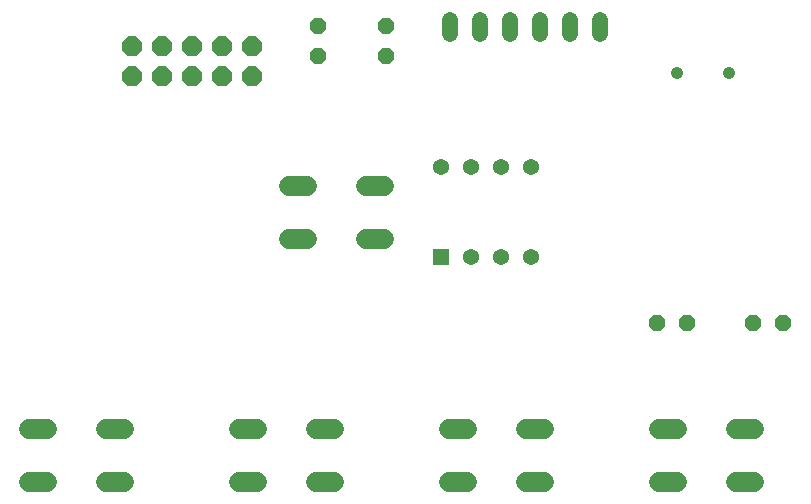
<source format=gbs>
G75*
%MOIN*%
%OFA0B0*%
%FSLAX24Y24*%
%IPPOS*%
%LPD*%
%AMOC8*
5,1,8,0,0,1.08239X$1,22.5*
%
%ADD10C,0.0540*%
%ADD11C,0.0660*%
%ADD12C,0.0414*%
%ADD13OC8,0.0540*%
%ADD14OC8,0.0660*%
%ADD15R,0.0540X0.0540*%
%ADD16C,0.0540*%
D10*
X016351Y020442D02*
X016351Y020922D01*
X017351Y020922D02*
X017351Y020442D01*
X018351Y020442D02*
X018351Y020922D01*
X019351Y020922D02*
X019351Y020442D01*
X020351Y020442D02*
X020351Y020922D01*
X021351Y020922D02*
X021351Y020442D01*
D11*
X002920Y005510D02*
X002320Y005510D01*
X004880Y005510D02*
X005480Y005510D01*
X005480Y007290D02*
X004880Y007290D01*
X002920Y007290D02*
X002320Y007290D01*
X009320Y007290D02*
X009920Y007290D01*
X011880Y007290D02*
X012480Y007290D01*
X012480Y005510D02*
X011880Y005510D01*
X009920Y005510D02*
X009320Y005510D01*
X016320Y005510D02*
X016920Y005510D01*
X018880Y005510D02*
X019480Y005510D01*
X019480Y007290D02*
X018880Y007290D01*
X016920Y007290D02*
X016320Y007290D01*
X023320Y007290D02*
X023920Y007290D01*
X025880Y007290D02*
X026480Y007290D01*
X026480Y005510D02*
X025880Y005510D01*
X023920Y005510D02*
X023320Y005510D01*
X014130Y013610D02*
X013530Y013610D01*
X011570Y013610D02*
X010970Y013610D01*
X010970Y015390D02*
X011570Y015390D01*
X013530Y015390D02*
X014130Y015390D01*
D12*
X023918Y019150D03*
X025650Y019150D03*
D13*
X014200Y019700D03*
X014200Y020700D03*
X011950Y020700D03*
X011950Y019700D03*
X023250Y010800D03*
X024250Y010800D03*
X026450Y010800D03*
X027450Y010800D03*
D14*
X009750Y019050D03*
X008750Y019050D03*
X007750Y019050D03*
X006750Y019050D03*
X005750Y019050D03*
X005750Y020050D03*
X006750Y020050D03*
X007750Y020050D03*
X008750Y020050D03*
X009750Y020050D03*
D15*
X016050Y013000D03*
D16*
X017050Y013000D03*
X018050Y013000D03*
X019050Y013000D03*
X019050Y016000D03*
X018050Y016000D03*
X017050Y016000D03*
X016050Y016000D03*
M02*

</source>
